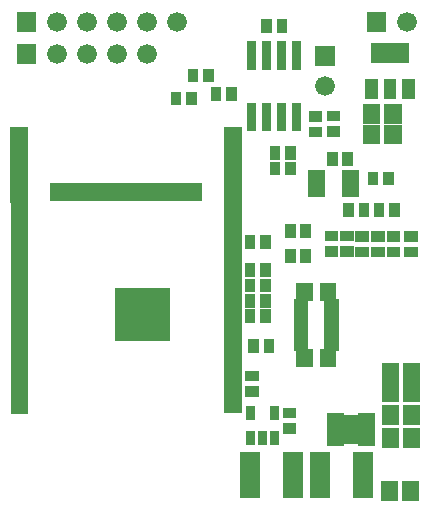
<source format=gbr>
G04 start of page 6 for group -4063 idx -4063 *
G04 Title: (unknown), componentmask *
G04 Creator: pcb 4.0.2 *
G04 CreationDate: Sun Feb  4 07:02:53 2018 UTC *
G04 For: jeroen *
G04 Format: Gerber/RS-274X *
G04 PCB-Dimensions (mil): 6000.00 5000.00 *
G04 PCB-Coordinate-Origin: lower left *
%MOIN*%
%FSLAX25Y25*%
%LNTOPMASK*%
%ADD40C,0.0660*%
%ADD39C,0.0001*%
%ADD38C,0.0300*%
G54D38*X456299Y178740D03*
Y181496D03*
Y184252D03*
G54D39*G36*
X344810Y310072D02*Y303472D01*
X351410D01*
Y310072D01*
X344810D01*
G37*
G54D40*X358110Y306772D03*
X368110D03*
X378110D03*
X388110D03*
G54D39*G36*
X461503Y320623D02*Y314023D01*
X468103D01*
Y320623D01*
X461503D01*
G37*
G54D40*X474803Y317323D03*
G54D39*G36*
X444338Y309402D02*Y302802D01*
X450938D01*
Y309402D01*
X444338D01*
G37*
G54D40*X447638Y296102D03*
G54D39*G36*
X344810Y320623D02*Y314023D01*
X351410D01*
Y320623D01*
X344810D01*
G37*
G54D40*X358110Y317323D03*
X368110D03*
X378110D03*
X388110D03*
X398110D03*
G54D39*G36*
X441815Y268028D02*Y265043D01*
X447555D01*
Y268028D01*
X441815D01*
G37*
G36*
Y266059D02*Y263075D01*
X447555D01*
Y266059D01*
X441815D01*
G37*
G36*
Y264091D02*Y261106D01*
X447555D01*
Y264091D01*
X441815D01*
G37*
G36*
Y262122D02*Y259138D01*
X447555D01*
Y262122D01*
X441815D01*
G37*
G36*
X453232D02*Y259138D01*
X458972D01*
Y262122D01*
X453232D01*
G37*
G36*
Y264091D02*Y261106D01*
X458972D01*
Y264091D01*
X453232D01*
G37*
G36*
Y266059D02*Y263075D01*
X458972D01*
Y266059D01*
X453232D01*
G37*
G36*
Y268028D02*Y265043D01*
X458972D01*
Y268028D01*
X453232D01*
G37*
G36*
X451776Y273922D02*X448224D01*
Y269386D01*
X451776D01*
Y273922D01*
G37*
G36*
X456894D02*X453342D01*
Y269386D01*
X456894D01*
Y273922D01*
G37*
G36*
X465341Y298237D02*X461041D01*
Y291537D01*
X465341D01*
Y298237D01*
G37*
G36*
X466051Y289871D02*X460333D01*
Y283367D01*
X466051D01*
Y289871D01*
G37*
G36*
Y283178D02*X460333D01*
Y276674D01*
X466051D01*
Y283178D01*
G37*
G36*
X465410Y267429D02*X461858D01*
Y262893D01*
X465410D01*
Y267429D01*
G37*
G36*
X470528D02*X466976D01*
Y262893D01*
X470528D01*
Y267429D01*
G37*
G36*
X471441Y298237D02*X467141D01*
Y291537D01*
X471441D01*
Y298237D01*
G37*
G36*
X462941Y310437D02*Y303737D01*
X475641D01*
Y310437D01*
X462941D01*
G37*
G36*
X473137Y289871D02*X467419D01*
Y283367D01*
X473137D01*
Y289871D01*
G37*
G36*
Y283178D02*X467419D01*
Y276674D01*
X473137D01*
Y283178D01*
G37*
G36*
X472347Y197150D02*X466629D01*
Y190646D01*
X472347D01*
Y197150D01*
G37*
G36*
Y203646D02*X466629D01*
Y197142D01*
X472347D01*
Y203646D01*
G37*
G36*
X473913Y242524D02*Y238972D01*
X478449D01*
Y242524D01*
X473913D01*
G37*
G36*
Y247642D02*Y244090D01*
X478449D01*
Y247642D01*
X473913D01*
G37*
G36*
X477541Y298237D02*X473241D01*
Y291537D01*
X477541D01*
Y298237D01*
G37*
G36*
X412997Y295575D02*X409445D01*
Y291039D01*
X412997D01*
Y295575D01*
G37*
G36*
X418115D02*X414563D01*
Y291039D01*
X418115D01*
Y295575D01*
G37*
G36*
X424709Y290366D02*X421709D01*
Y280866D01*
X424709D01*
Y290366D01*
G37*
G36*
Y310866D02*X421709D01*
Y301366D01*
X424709D01*
Y310866D01*
G37*
G36*
X429709Y290366D02*X426709D01*
Y280866D01*
X429709D01*
Y290366D01*
G37*
G36*
Y310866D02*X426709D01*
Y301366D01*
X429709D01*
Y310866D01*
G37*
G36*
X429926Y318213D02*X426374D01*
Y313677D01*
X429926D01*
Y318213D01*
G37*
G36*
X434709Y290366D02*X431709D01*
Y280866D01*
X434709D01*
Y290366D01*
G37*
G36*
X439709D02*X436709D01*
Y280866D01*
X439709D01*
Y290366D01*
G37*
G36*
Y310866D02*X436709D01*
Y301366D01*
X439709D01*
Y310866D01*
G37*
G36*
X434709D02*X431709D01*
Y301366D01*
X434709D01*
Y310866D01*
G37*
G36*
X435044Y318213D02*X431492D01*
Y313677D01*
X435044D01*
Y318213D01*
G37*
G36*
X448126Y282682D02*Y279130D01*
X452662D01*
Y282682D01*
X448126D01*
G37*
G36*
Y287800D02*Y284248D01*
X452662D01*
Y287800D01*
X448126D01*
G37*
G36*
X442220Y282485D02*Y278933D01*
X446756D01*
Y282485D01*
X442220D01*
G37*
G36*
Y287603D02*Y284051D01*
X446756D01*
Y287603D01*
X442220D01*
G37*
G36*
X414055Y282409D02*Y276866D01*
X419992D01*
Y282409D01*
X414055D01*
G37*
G36*
X437800Y275890D02*X434248D01*
Y271354D01*
X437800D01*
Y275890D01*
G37*
G36*
X432682D02*X429130D01*
Y271354D01*
X432682D01*
Y275890D01*
G37*
G36*
X437800Y270772D02*X434248D01*
Y266236D01*
X437800D01*
Y270772D01*
G37*
G36*
X432682D02*X429130D01*
Y266236D01*
X432682D01*
Y270772D01*
G37*
G36*
X430713Y211717D02*X427161D01*
Y207181D01*
X430713D01*
Y211717D01*
G37*
G36*
X425595D02*X422043D01*
Y207181D01*
X425595D01*
Y211717D01*
G37*
G36*
X457771Y242524D02*Y238972D01*
X462307D01*
Y242524D01*
X457771D01*
G37*
G36*
Y247642D02*Y244090D01*
X462307D01*
Y247642D01*
X457771D01*
G37*
G36*
X452653Y242721D02*Y239169D01*
X457189D01*
Y242721D01*
X452653D01*
G37*
G36*
Y247839D02*Y244287D01*
X457189D01*
Y247839D01*
X452653D01*
G37*
G36*
X447535Y242721D02*Y239169D01*
X452071D01*
Y242721D01*
X447535D01*
G37*
G36*
Y247839D02*Y244287D01*
X452071D01*
Y247839D01*
X447535D01*
G37*
G36*
X457311Y256874D02*X453759D01*
Y252338D01*
X457311D01*
Y256874D01*
G37*
G36*
X462429D02*X458877D01*
Y252338D01*
X462429D01*
Y256874D01*
G37*
G36*
X451394Y230331D02*X445850D01*
Y224394D01*
X451394D01*
Y230331D01*
G37*
G36*
X443520D02*X437976D01*
Y224394D01*
X443520D01*
Y230331D01*
G37*
G36*
X447366Y218579D02*Y215673D01*
X452240D01*
Y218579D01*
X447366D01*
G37*
G36*
Y220154D02*Y217248D01*
X452240D01*
Y220154D01*
X447366D01*
G37*
G36*
Y221728D02*Y218823D01*
X452240D01*
Y221728D01*
X447366D01*
G37*
G36*
X437130Y224878D02*Y221972D01*
X442004D01*
Y224878D01*
X437130D01*
G37*
G36*
Y223303D02*Y220398D01*
X442004D01*
Y223303D01*
X437130D01*
G37*
G36*
Y221728D02*Y218823D01*
X442004D01*
Y221728D01*
X437130D01*
G37*
G36*
Y220154D02*Y217248D01*
X442004D01*
Y220154D01*
X437130D01*
G37*
G36*
Y218579D02*Y215673D01*
X442004D01*
Y218579D01*
X437130D01*
G37*
G36*
X424414Y246362D02*X420862D01*
Y241826D01*
X424414D01*
Y246362D01*
G37*
G36*
X429532D02*X425980D01*
Y241826D01*
X429532D01*
Y246362D01*
G37*
G36*
X437800Y249906D02*X434248D01*
Y245370D01*
X437800D01*
Y249906D01*
G37*
G36*
Y241638D02*X434248D01*
Y237102D01*
X437800D01*
Y241638D01*
G37*
G36*
X424414Y221559D02*X420862D01*
Y217023D01*
X424414D01*
Y221559D01*
G37*
G36*
X429532D02*X425980D01*
Y217023D01*
X429532D01*
Y221559D01*
G37*
G36*
Y226677D02*X425980D01*
Y222141D01*
X429532D01*
Y226677D01*
G37*
G36*
Y231796D02*X425980D01*
Y227260D01*
X429532D01*
Y231796D01*
G37*
G36*
Y236914D02*X425980D01*
Y232378D01*
X429532D01*
Y236914D01*
G37*
G36*
X424414Y226677D02*X420862D01*
Y222141D01*
X424414D01*
Y226677D01*
G37*
G36*
Y231796D02*X420862D01*
Y227260D01*
X424414D01*
Y231796D01*
G37*
G36*
Y236914D02*X420862D01*
Y232378D01*
X424414D01*
Y236914D01*
G37*
G36*
X447366Y223303D02*Y220398D01*
X452240D01*
Y223303D01*
X447366D01*
G37*
G36*
Y224878D02*Y221972D01*
X452240D01*
Y224878D01*
X447366D01*
G37*
G36*
X463086Y242524D02*Y238972D01*
X467622D01*
Y242524D01*
X463086D01*
G37*
G36*
Y247642D02*Y244090D01*
X467622D01*
Y247642D01*
X463086D01*
G37*
G36*
X468204Y242524D02*Y238972D01*
X472740D01*
Y242524D01*
X468204D01*
G37*
G36*
Y247642D02*Y244090D01*
X472740D01*
Y247642D01*
X468204D01*
G37*
G36*
X442918Y249906D02*X439366D01*
Y245370D01*
X442918D01*
Y249906D01*
G37*
G36*
Y241638D02*X439366D01*
Y237102D01*
X442918D01*
Y241638D01*
G37*
G36*
X467327Y256992D02*X463775D01*
Y252456D01*
X467327D01*
Y256992D01*
G37*
G36*
X472445D02*X468893D01*
Y252456D01*
X472445D01*
Y256992D01*
G37*
G36*
X420960Y201185D02*Y197633D01*
X425496D01*
Y201185D01*
X420960D01*
G37*
G36*
X414055Y192409D02*Y186866D01*
X419992D01*
Y192409D01*
X414055D01*
G37*
G36*
Y197409D02*Y191866D01*
X419992D01*
Y197409D01*
X414055D01*
G37*
G36*
Y202409D02*Y196866D01*
X419992D01*
Y202409D01*
X414055D01*
G37*
G36*
Y207409D02*Y201866D01*
X419992D01*
Y207409D01*
X414055D01*
G37*
G36*
Y212409D02*Y206866D01*
X419992D01*
Y212409D01*
X414055D01*
G37*
G36*
Y217409D02*Y211866D01*
X419992D01*
Y217409D01*
X414055D01*
G37*
G36*
Y222409D02*Y216866D01*
X419992D01*
Y222409D01*
X414055D01*
G37*
G36*
Y227409D02*Y221866D01*
X419992D01*
Y227409D01*
X414055D01*
G37*
G36*
Y232409D02*Y226866D01*
X419992D01*
Y232409D01*
X414055D01*
G37*
G36*
Y237409D02*Y231866D01*
X419992D01*
Y237409D01*
X414055D01*
G37*
G36*
Y242409D02*Y236866D01*
X419992D01*
Y242409D01*
X414055D01*
G37*
G36*
Y247409D02*Y241866D01*
X419992D01*
Y247409D01*
X414055D01*
G37*
G36*
Y252409D02*Y246866D01*
X419992D01*
Y252409D01*
X414055D01*
G37*
G36*
Y257409D02*Y251866D01*
X419992D01*
Y257409D01*
X414055D01*
G37*
G36*
X443520Y208283D02*X437976D01*
Y202346D01*
X443520D01*
Y208283D01*
G37*
G36*
X437130Y217004D02*Y214098D01*
X442004D01*
Y217004D01*
X437130D01*
G37*
G36*
Y215429D02*Y212524D01*
X442004D01*
Y215429D01*
X437130D01*
G37*
G36*
Y213854D02*Y210949D01*
X442004D01*
Y213854D01*
X437130D01*
G37*
G36*
Y212280D02*Y209374D01*
X442004D01*
Y212280D01*
X437130D01*
G37*
G36*
Y210705D02*Y207799D01*
X442004D01*
Y210705D01*
X437130D01*
G37*
G36*
X447366D02*Y207799D01*
X452240D01*
Y210705D01*
X447366D01*
G37*
G36*
Y212280D02*Y209374D01*
X452240D01*
Y212280D01*
X447366D01*
G37*
G36*
Y213854D02*Y210949D01*
X452240D01*
Y213854D01*
X447366D01*
G37*
G36*
Y215429D02*Y212524D01*
X452240D01*
Y215429D01*
X447366D01*
G37*
G36*
Y217004D02*Y214098D01*
X452240D01*
Y217004D01*
X447366D01*
G37*
G36*
X451394Y208283D02*X445850D01*
Y202346D01*
X451394D01*
Y208283D01*
G37*
G36*
X458646Y179150D02*Y175969D01*
X464189D01*
Y179150D01*
X458646D01*
G37*
G36*
X448409D02*Y175969D01*
X453953D01*
Y179150D01*
X448409D01*
G37*
G36*
Y181118D02*Y177937D01*
X453953D01*
Y181118D01*
X448409D01*
G37*
G36*
Y183087D02*Y179906D01*
X453953D01*
Y183087D01*
X448409D01*
G37*
G36*
Y185055D02*Y181874D01*
X453953D01*
Y185055D01*
X448409D01*
G37*
G36*
Y187024D02*Y183843D01*
X453953D01*
Y187024D01*
X448409D01*
G37*
G36*
X459661Y186433D02*X452937D01*
Y176559D01*
X459661D01*
Y186433D01*
G37*
G36*
X458646Y181118D02*Y177937D01*
X464189D01*
Y181118D01*
X458646D01*
G37*
G36*
X472347Y181992D02*X466629D01*
Y175488D01*
X472347D01*
Y181992D01*
G37*
G36*
X479433D02*X473715D01*
Y175488D01*
X479433D01*
Y181992D01*
G37*
G36*
X458646Y183087D02*Y179906D01*
X464189D01*
Y183087D01*
X458646D01*
G37*
G36*
X463592Y174025D02*X456880D01*
Y158652D01*
X463592D01*
Y174025D01*
G37*
G36*
X449419D02*X442707D01*
Y158652D01*
X449419D01*
Y174025D01*
G37*
G36*
X471954Y164276D02*X466236D01*
Y157772D01*
X471954D01*
Y164276D01*
G37*
G36*
X479040D02*X473322D01*
Y157772D01*
X479040D01*
Y164276D01*
G37*
G36*
X458646Y185055D02*Y181874D01*
X464189D01*
Y185055D01*
X458646D01*
G37*
G36*
Y187024D02*Y183843D01*
X464189D01*
Y187024D01*
X458646D01*
G37*
G36*
X472347Y189669D02*X466629D01*
Y183165D01*
X472347D01*
Y189669D01*
G37*
G36*
X479433D02*X473715D01*
Y183165D01*
X479433D01*
Y189669D01*
G37*
G36*
Y197150D02*X473715D01*
Y190646D01*
X479433D01*
Y197150D01*
G37*
G36*
Y203646D02*X473715D01*
Y197142D01*
X479433D01*
Y203646D01*
G37*
G36*
X420960Y196067D02*Y192515D01*
X425496D01*
Y196067D01*
X420960D01*
G37*
G36*
X432209Y189308D02*X429209D01*
Y184708D01*
X432209D01*
Y189308D01*
G37*
G36*
X424409D02*X421409D01*
Y184708D01*
X424409D01*
Y189308D01*
G37*
G36*
Y181108D02*X421409D01*
Y176508D01*
X424409D01*
Y181108D01*
G37*
G36*
X428309D02*X425309D01*
Y176508D01*
X428309D01*
Y181108D01*
G37*
G36*
X432209D02*X429209D01*
Y176508D01*
X432209D01*
Y181108D01*
G37*
G36*
X440167Y174025D02*X433455D01*
Y158652D01*
X440167D01*
Y174025D01*
G37*
G36*
X425994D02*X419282D01*
Y158652D01*
X425994D01*
Y174025D01*
G37*
G36*
X433559Y183666D02*Y180114D01*
X438095D01*
Y183666D01*
X433559D01*
G37*
G36*
Y188784D02*Y185232D01*
X438095D01*
Y188784D01*
X433559D01*
G37*
G36*
X406606Y263669D02*X401063D01*
Y257732D01*
X406606D01*
Y263669D01*
G37*
G36*
X401606D02*X396063D01*
Y257732D01*
X401606D01*
Y263669D01*
G37*
G36*
X396606D02*X391063D01*
Y257732D01*
X396606D01*
Y263669D01*
G37*
G36*
X391606D02*X386063D01*
Y257732D01*
X391606D01*
Y263669D01*
G37*
G36*
X386606D02*X381063D01*
Y257732D01*
X386606D01*
Y263669D01*
G37*
G36*
X381606D02*X376063D01*
Y257732D01*
X381606D01*
Y263669D01*
G37*
G36*
X376606D02*X371063D01*
Y257732D01*
X376606D01*
Y263669D01*
G37*
G36*
X371606D02*X366063D01*
Y257732D01*
X371606D01*
Y263669D01*
G37*
G36*
X366606D02*X361063D01*
Y257732D01*
X366606D01*
Y263669D01*
G37*
G36*
X361606D02*X356063D01*
Y257732D01*
X361606D01*
Y263669D01*
G37*
G36*
X342795Y257370D02*Y251827D01*
X348732D01*
Y257370D01*
X342795D01*
G37*
G36*
Y252370D02*Y246827D01*
X348732D01*
Y252370D01*
X342795D01*
G37*
G36*
Y247370D02*Y241827D01*
X348732D01*
Y247370D01*
X342795D01*
G37*
G36*
Y242370D02*Y236827D01*
X348732D01*
Y242370D01*
X342795D01*
G37*
G36*
X377638Y228827D02*Y211079D01*
X395780D01*
Y228827D01*
X377638D01*
G37*
G36*
X342795Y237370D02*Y231827D01*
X348732D01*
Y237370D01*
X342795D01*
G37*
G36*
Y232370D02*Y226827D01*
X348732D01*
Y232370D01*
X342795D01*
G37*
G36*
Y227370D02*Y221827D01*
X348732D01*
Y227370D01*
X342795D01*
G37*
G36*
Y222370D02*Y216827D01*
X348732D01*
Y222370D01*
X342795D01*
G37*
G36*
Y217370D02*Y211827D01*
X348732D01*
Y217370D01*
X342795D01*
G37*
G36*
Y212370D02*Y206827D01*
X348732D01*
Y212370D01*
X342795D01*
G37*
G36*
Y207370D02*Y201827D01*
X348732D01*
Y207370D01*
X342795D01*
G37*
G36*
Y202370D02*Y196827D01*
X348732D01*
Y202370D01*
X342795D01*
G37*
G36*
Y197370D02*Y191827D01*
X348732D01*
Y197370D01*
X342795D01*
G37*
G36*
Y192370D02*Y186827D01*
X348732D01*
Y192370D01*
X342795D01*
G37*
G36*
X342701Y282496D02*Y276953D01*
X348638D01*
Y282496D01*
X342701D01*
G37*
G36*
Y277496D02*Y271953D01*
X348638D01*
Y277496D01*
X342701D01*
G37*
G36*
Y272496D02*Y266953D01*
X348638D01*
Y272496D01*
X342701D01*
G37*
G36*
Y267496D02*Y261953D01*
X348638D01*
Y267496D01*
X342701D01*
G37*
G36*
Y262496D02*Y256953D01*
X348638D01*
Y262496D01*
X342701D01*
G37*
G36*
X414055Y262409D02*Y256866D01*
X419992D01*
Y262409D01*
X414055D01*
G37*
G36*
Y267409D02*Y261866D01*
X419992D01*
Y267409D01*
X414055D01*
G37*
G36*
Y272409D02*Y266866D01*
X419992D01*
Y272409D01*
X414055D01*
G37*
G36*
Y277409D02*Y271866D01*
X419992D01*
Y277409D01*
X414055D01*
G37*
G36*
X399756Y294181D02*X396204D01*
Y289645D01*
X399756D01*
Y294181D01*
G37*
G36*
X404874D02*X401322D01*
Y289645D01*
X404874D01*
Y294181D01*
G37*
G36*
X405331Y301847D02*X401779D01*
Y297311D01*
X405331D01*
Y301847D01*
G37*
G36*
X410449D02*X406897D01*
Y297311D01*
X410449D01*
Y301847D01*
G37*
M02*

</source>
